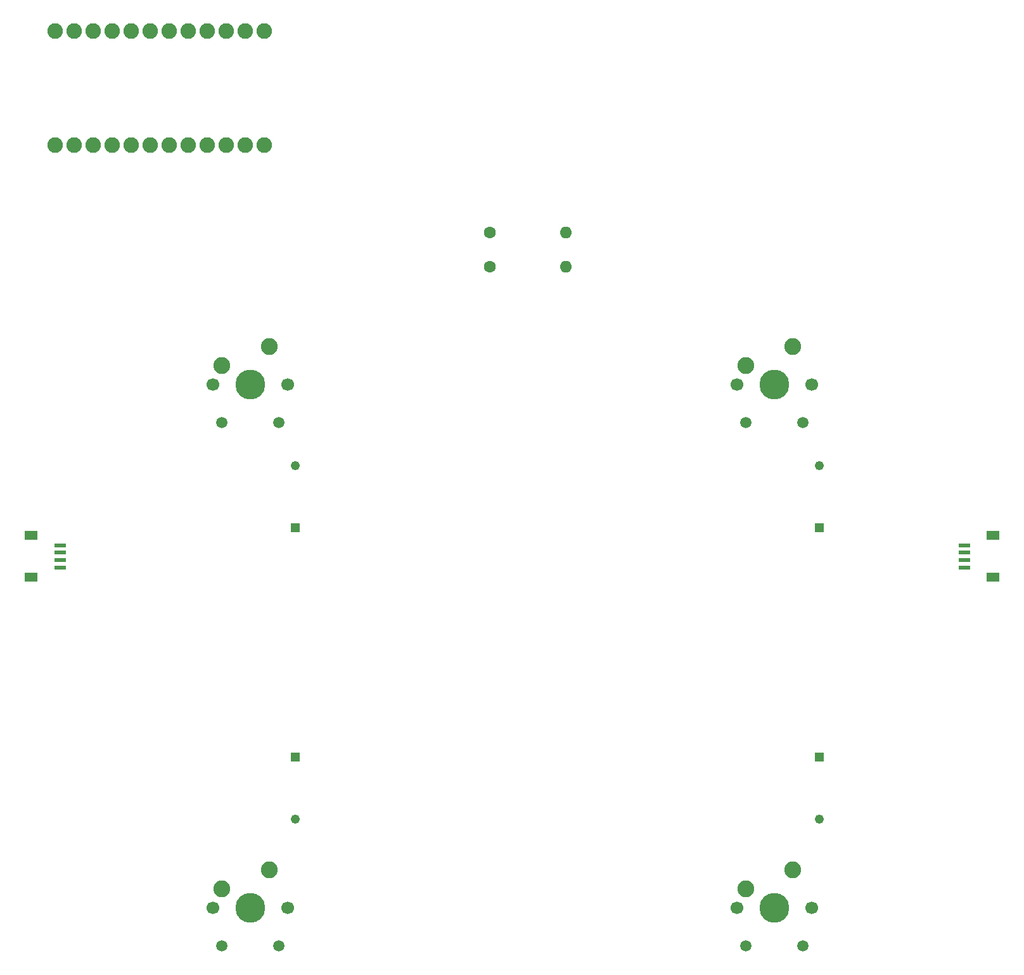
<source format=gbr>
%TF.GenerationSoftware,KiCad,Pcbnew,(6.0.7)*%
%TF.CreationDate,2023-05-31T01:42:51-04:00*%
%TF.ProjectId,Big_Keys_Keyboard,4269675f-4b65-4797-935f-4b6579626f61,rev?*%
%TF.SameCoordinates,Original*%
%TF.FileFunction,Soldermask,Top*%
%TF.FilePolarity,Negative*%
%FSLAX46Y46*%
G04 Gerber Fmt 4.6, Leading zero omitted, Abs format (unit mm)*
G04 Created by KiCad (PCBNEW (6.0.7)) date 2023-05-31 01:42:51*
%MOMM*%
%LPD*%
G01*
G04 APERTURE LIST*
%ADD10C,1.238000*%
%ADD11R,1.238000X1.238000*%
%ADD12C,2.082800*%
%ADD13C,3.987800*%
%ADD14C,1.700000*%
%ADD15C,1.508000*%
%ADD16C,2.250000*%
%ADD17C,1.600000*%
%ADD18O,1.600000X1.600000*%
%ADD19R,1.550000X0.600000*%
%ADD20R,1.800000X1.200000*%
G04 APERTURE END LIST*
D10*
%TO.C,D1*%
X97000000Y-98854000D03*
D11*
X97000000Y-107146000D03*
%TD*%
D10*
%TO.C,D3*%
X167000000Y-98854000D03*
D11*
X167000000Y-107146000D03*
%TD*%
D12*
%TO.C,B1*%
X64900000Y-56020000D03*
X67440000Y-56020000D03*
X69980000Y-56020000D03*
X72520000Y-56020000D03*
X75060000Y-56020000D03*
X77600000Y-56020000D03*
X80140000Y-56020000D03*
X82680000Y-56020000D03*
X85220000Y-56020000D03*
X87760000Y-56020000D03*
X90300000Y-56020000D03*
X92840000Y-56020000D03*
X92840000Y-40780000D03*
X90300000Y-40780000D03*
X87760000Y-40780000D03*
X85220000Y-40780000D03*
X82680000Y-40780000D03*
X80140000Y-40780000D03*
X77600000Y-40780000D03*
X75060000Y-40780000D03*
X72520000Y-40780000D03*
X69980000Y-40780000D03*
X67440000Y-40780000D03*
X64900000Y-40780000D03*
%TD*%
D13*
%TO.C,U3*%
X161000000Y-88000000D03*
D14*
X156000000Y-88000000D03*
X166000000Y-88000000D03*
D15*
X157190000Y-93080000D03*
X164810000Y-93080000D03*
D16*
X163510000Y-82920000D03*
X157190000Y-85460000D03*
%TD*%
D14*
%TO.C,U1*%
X96000000Y-88000000D03*
D13*
X91000000Y-88000000D03*
D14*
X86000000Y-88000000D03*
D15*
X87190000Y-93080000D03*
X94810000Y-93080000D03*
D16*
X93510000Y-82920000D03*
X87190000Y-85460000D03*
%TD*%
D17*
%TO.C,R1*%
X123020000Y-67700000D03*
D18*
X133180000Y-67700000D03*
%TD*%
D14*
%TO.C,U2*%
X86000000Y-158000000D03*
D13*
X91000000Y-158000000D03*
D14*
X96000000Y-158000000D03*
D15*
X87190000Y-163080000D03*
X94810000Y-163080000D03*
D16*
X93510000Y-152920000D03*
X87190000Y-155460000D03*
%TD*%
D19*
%TO.C,J2*%
X186400000Y-112500000D03*
X186400000Y-111500000D03*
X186400000Y-110500000D03*
X186400000Y-109500000D03*
D20*
X190275000Y-113800000D03*
X190275000Y-108200000D03*
%TD*%
D10*
%TO.C,D2*%
X97000000Y-146146000D03*
D11*
X97000000Y-137854000D03*
%TD*%
D19*
%TO.C,J1*%
X65600000Y-109500000D03*
X65600000Y-110500000D03*
X65600000Y-111500000D03*
X65600000Y-112500000D03*
D20*
X61725000Y-108200000D03*
X61725000Y-113800000D03*
%TD*%
D17*
%TO.C,R2*%
X123040000Y-72300000D03*
D18*
X133200000Y-72300000D03*
%TD*%
D14*
%TO.C,U4*%
X166000000Y-158000000D03*
X156000000Y-158000000D03*
D13*
X161000000Y-158000000D03*
D15*
X157190000Y-163080000D03*
X164810000Y-163080000D03*
D16*
X163510000Y-152920000D03*
X157190000Y-155460000D03*
%TD*%
D10*
%TO.C,D4*%
X167000000Y-146146000D03*
D11*
X167000000Y-137854000D03*
%TD*%
M02*

</source>
